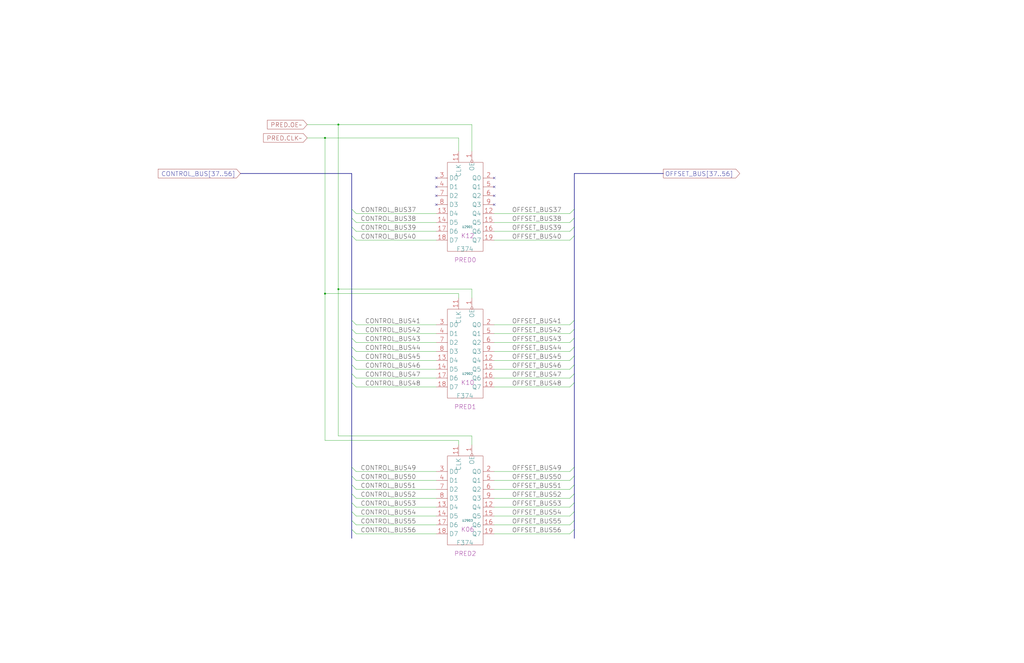
<source format=kicad_sch>
(kicad_sch (version 20250114) (generator "eeschema") (generator_version "9.0")
  (paper "User" 584.2 378.46)
  (title_block (title "CONTROL PREDECESSOR") (date "22-MAY-90") (rev "1.0") (comment 1 "SEQUENCER") (comment 2 "232-003064") (comment 3 "S400") (comment 4 "RELEASED"))
  (lib_symbols
    (symbol "r1000:F374" (pin_names (offset 1.016))
      (property "Reference" "U" (at 2.54 5.08 0))
      (property "Value" "F374" (at -3.81 -7.62 0))
      (property "Location" "___" (at -1.27 0 0))
      (property "Name" "______" (at 1.27 -15.24 0))
      (symbol "F374_1_1"
        (rectangle (start -8.89 41.91) (end 11.43 -8.89))
        (circle (center 5.08 42.545) (radius 0.635))
        (pin input line (at -15.24 33.02 0) (length 6.35) (name "D0") (number "3"))
        (pin input line (at -15.24 27.94 0) (length 6.35) (name "D1") (number "4"))
        (pin input line (at -15.24 22.86 0) (length 6.35) (name "D2") (number "7"))
        (pin input line (at -15.24 17.78 0) (length 6.35) (name "D3") (number "8"))
        (pin input line (at -15.24 12.7 0) (length 6.35) (name "D4") (number "13"))
        (pin input line (at -15.24 7.62 0) (length 6.35) (name "D5") (number "14"))
        (pin input line (at -15.24 2.54 0) (length 6.35) (name "D6") (number "17"))
        (pin input line (at -15.24 -2.54 0) (length 6.35) (name "D7") (number "18"))
        (pin input line (at -2.54 48.26 270) (length 6.35) (name "CLK") (number "11"))
        (pin input line (at 5.08 48.26 270) (length 5.08) (name "OE") (number "1"))
        (pin tri_state line (at 17.78 33.02 180) (length 6.35) (name "Q0") (number "2"))
        (pin tri_state line (at 17.78 27.94 180) (length 6.35) (name "Q1") (number "5"))
        (pin tri_state line (at 17.78 22.86 180) (length 6.35) (name "Q2") (number "6"))
        (pin tri_state line (at 17.78 17.78 180) (length 6.35) (name "Q3") (number "9"))
        (pin tri_state line (at 17.78 12.7 180) (length 6.35) (name "Q4") (number "12"))
        (pin tri_state line (at 17.78 7.62 180) (length 6.35) (name "Q5") (number "15"))
        (pin tri_state line (at 17.78 2.54 180) (length 6.35) (name "Q6") (number "16"))
        (pin tri_state line (at 17.78 -2.54 180) (length 6.35) (name "Q7") (number "19"))
      )
    )
  )
  (junction (at 193.04 71.12))
  (junction (at 193.04 165.1))
  (junction (at 185.42 78.74))
  (junction (at 185.42 167.64))
  (no_connect (at 281.94 116.84))
  (no_connect (at 248.92 101.6))
  (no_connect (at 281.94 106.68))
  (no_connect (at 248.92 111.76))
  (no_connect (at 248.92 116.84))
  (no_connect (at 281.94 111.76))
  (no_connect (at 281.94 101.6))
  (no_connect (at 248.92 106.68))
  (bus_entry (at 327.66 193.04) (size -2.54 2.54))
  (bus_entry (at 327.66 281.94) (size -2.54 2.54))
  (bus_entry (at 327.66 129.54) (size -2.54 2.54))
  (bus_entry (at 327.66 302.26) (size -2.54 2.54))
  (bus_entry (at 200.66 203.2) (size 2.54 2.54))
  (bus_entry (at 200.66 129.54) (size 2.54 2.54))
  (bus_entry (at 200.66 266.7) (size 2.54 2.54))
  (bus_entry (at 327.66 276.86) (size -2.54 2.54))
  (bus_entry (at 200.66 193.04) (size 2.54 2.54))
  (bus_entry (at 327.66 287.02) (size -2.54 2.54))
  (bus_entry (at 327.66 124.46) (size -2.54 2.54))
  (bus_entry (at 327.66 297.18) (size -2.54 2.54))
  (bus_entry (at 327.66 218.44) (size -2.54 2.54))
  (bus_entry (at 200.66 213.36) (size 2.54 2.54))
  (bus_entry (at 200.66 297.18) (size 2.54 2.54))
  (bus_entry (at 200.66 281.94) (size 2.54 2.54))
  (bus_entry (at 327.66 119.38) (size -2.54 2.54))
  (bus_entry (at 327.66 266.7) (size -2.54 2.54))
  (bus_entry (at 200.66 302.26) (size 2.54 2.54))
  (bus_entry (at 327.66 203.2) (size -2.54 2.54))
  (bus_entry (at 327.66 187.96) (size -2.54 2.54))
  (bus_entry (at 200.66 208.28) (size 2.54 2.54))
  (bus_entry (at 200.66 292.1) (size 2.54 2.54))
  (bus_entry (at 200.66 124.46) (size 2.54 2.54))
  (bus_entry (at 327.66 182.88) (size -2.54 2.54))
  (bus_entry (at 200.66 187.96) (size 2.54 2.54))
  (bus_entry (at 200.66 119.38) (size 2.54 2.54))
  (bus_entry (at 200.66 198.12) (size 2.54 2.54))
  (bus_entry (at 200.66 271.78) (size 2.54 2.54))
  (bus_entry (at 327.66 213.36) (size -2.54 2.54))
  (bus_entry (at 200.66 182.88) (size 2.54 2.54))
  (bus_entry (at 327.66 134.62) (size -2.54 2.54))
  (bus_entry (at 200.66 287.02) (size 2.54 2.54))
  (bus_entry (at 327.66 292.1) (size -2.54 2.54))
  (bus_entry (at 200.66 218.44) (size 2.54 2.54))
  (bus_entry (at 200.66 276.86) (size 2.54 2.54))
  (bus_entry (at 200.66 134.62) (size 2.54 2.54))
  (bus_entry (at 327.66 208.28) (size -2.54 2.54))
  (bus_entry (at 327.66 198.12) (size -2.54 2.54))
  (bus_entry (at 327.66 271.78) (size -2.54 2.54))
  (bus (pts (xy 327.66 134.62) (xy 327.66 182.88)))
  (bus (pts (xy 200.66 297.18) (xy 200.66 302.26)))
  (wire (pts (xy 281.94 299.72) (xy 325.12 299.72)))
  (wire (pts (xy 261.62 78.74) (xy 261.62 86.36)))
  (wire (pts (xy 281.94 294.64) (xy 325.12 294.64)))
  (wire (pts (xy 203.2 132.08) (xy 248.92 132.08)))
  (bus (pts (xy 327.66 281.94) (xy 327.66 287.02)))
  (wire (pts (xy 193.04 71.12) (xy 269.24 71.12)))
  (wire (pts (xy 281.94 200.66) (xy 325.12 200.66)))
  (wire (pts (xy 281.94 304.8) (xy 325.12 304.8)))
  (wire (pts (xy 261.62 251.46) (xy 185.42 251.46)))
  (wire (pts (xy 269.24 248.92) (xy 193.04 248.92)))
  (bus (pts (xy 200.66 187.96) (xy 200.66 193.04)))
  (bus (pts (xy 327.66 287.02) (xy 327.66 292.1)))
  (bus (pts (xy 327.66 266.7) (xy 327.66 271.78)))
  (bus (pts (xy 137.16 99.06) (xy 200.66 99.06)))
  (bus (pts (xy 327.66 292.1) (xy 327.66 297.18)))
  (bus (pts (xy 200.66 124.46) (xy 200.66 129.54)))
  (bus (pts (xy 200.66 182.88) (xy 200.66 187.96)))
  (wire (pts (xy 261.62 167.64) (xy 185.42 167.64)))
  (bus (pts (xy 327.66 208.28) (xy 327.66 213.36)))
  (bus (pts (xy 327.66 271.78) (xy 327.66 276.86)))
  (bus (pts (xy 327.66 124.46) (xy 327.66 129.54)))
  (wire (pts (xy 185.42 78.74) (xy 185.42 167.64)))
  (bus (pts (xy 200.66 193.04) (xy 200.66 198.12)))
  (bus (pts (xy 200.66 287.02) (xy 200.66 292.1)))
  (wire (pts (xy 175.26 78.74) (xy 185.42 78.74)))
  (wire (pts (xy 269.24 170.18) (xy 269.24 165.1)))
  (wire (pts (xy 185.42 167.64) (xy 185.42 251.46)))
  (wire (pts (xy 203.2 284.48) (xy 248.92 284.48)))
  (bus (pts (xy 200.66 271.78) (xy 200.66 276.86)))
  (bus (pts (xy 200.66 119.38) (xy 200.66 124.46)))
  (wire (pts (xy 281.94 127) (xy 325.12 127)))
  (bus (pts (xy 327.66 302.26) (xy 327.66 307.34)))
  (wire (pts (xy 281.94 195.58) (xy 325.12 195.58)))
  (wire (pts (xy 175.26 71.12) (xy 193.04 71.12)))
  (bus (pts (xy 327.66 297.18) (xy 327.66 302.26)))
  (wire (pts (xy 185.42 78.74) (xy 261.62 78.74)))
  (wire (pts (xy 203.2 190.5) (xy 248.92 190.5)))
  (wire (pts (xy 269.24 71.12) (xy 269.24 86.36)))
  (bus (pts (xy 200.66 198.12) (xy 200.66 203.2)))
  (bus (pts (xy 327.66 203.2) (xy 327.66 208.28)))
  (bus (pts (xy 327.66 119.38) (xy 327.66 124.46)))
  (wire (pts (xy 203.2 185.42) (xy 248.92 185.42)))
  (wire (pts (xy 203.2 220.98) (xy 248.92 220.98)))
  (wire (pts (xy 193.04 165.1) (xy 193.04 71.12)))
  (bus (pts (xy 200.66 134.62) (xy 200.66 182.88)))
  (bus (pts (xy 327.66 99.06) (xy 378.46 99.06)))
  (wire (pts (xy 281.94 132.08) (xy 325.12 132.08)))
  (bus (pts (xy 327.66 213.36) (xy 327.66 218.44)))
  (wire (pts (xy 193.04 165.1) (xy 269.24 165.1)))
  (bus (pts (xy 200.66 266.7) (xy 200.66 271.78)))
  (wire (pts (xy 203.2 269.24) (xy 248.92 269.24)))
  (wire (pts (xy 281.94 215.9) (xy 325.12 215.9)))
  (wire (pts (xy 203.2 210.82) (xy 248.92 210.82)))
  (wire (pts (xy 203.2 279.4) (xy 248.92 279.4)))
  (wire (pts (xy 281.94 190.5) (xy 325.12 190.5)))
  (wire (pts (xy 203.2 121.92) (xy 248.92 121.92)))
  (wire (pts (xy 281.94 185.42) (xy 325.12 185.42)))
  (wire (pts (xy 281.94 205.74) (xy 325.12 205.74)))
  (wire (pts (xy 281.94 279.4) (xy 325.12 279.4)))
  (wire (pts (xy 203.2 304.8) (xy 248.92 304.8)))
  (wire (pts (xy 269.24 254) (xy 269.24 248.92)))
  (bus (pts (xy 200.66 203.2) (xy 200.66 208.28)))
  (bus (pts (xy 200.66 276.86) (xy 200.66 281.94)))
  (wire (pts (xy 281.94 289.56) (xy 325.12 289.56)))
  (bus (pts (xy 327.66 129.54) (xy 327.66 134.62)))
  (wire (pts (xy 203.2 200.66) (xy 248.92 200.66)))
  (wire (pts (xy 203.2 215.9) (xy 248.92 215.9)))
  (bus (pts (xy 200.66 99.06) (xy 200.66 119.38)))
  (wire (pts (xy 261.62 170.18) (xy 261.62 167.64)))
  (wire (pts (xy 193.04 248.92) (xy 193.04 165.1)))
  (bus (pts (xy 200.66 281.94) (xy 200.66 287.02)))
  (bus (pts (xy 200.66 208.28) (xy 200.66 213.36)))
  (wire (pts (xy 261.62 254) (xy 261.62 251.46)))
  (bus (pts (xy 200.66 218.44) (xy 200.66 266.7)))
  (wire (pts (xy 281.94 284.48) (xy 325.12 284.48)))
  (wire (pts (xy 203.2 294.64) (xy 248.92 294.64)))
  (bus (pts (xy 327.66 193.04) (xy 327.66 198.12)))
  (bus (pts (xy 327.66 187.96) (xy 327.66 193.04)))
  (bus (pts (xy 327.66 198.12) (xy 327.66 203.2)))
  (bus (pts (xy 327.66 276.86) (xy 327.66 281.94)))
  (bus (pts (xy 200.66 129.54) (xy 200.66 134.62)))
  (wire (pts (xy 281.94 220.98) (xy 325.12 220.98)))
  (bus (pts (xy 327.66 218.44) (xy 327.66 266.7)))
  (wire (pts (xy 203.2 137.16) (xy 248.92 137.16)))
  (wire (pts (xy 281.94 137.16) (xy 325.12 137.16)))
  (bus (pts (xy 200.66 213.36) (xy 200.66 218.44)))
  (wire (pts (xy 203.2 195.58) (xy 248.92 195.58)))
  (bus (pts (xy 200.66 302.26) (xy 200.66 307.34)))
  (bus (pts (xy 327.66 182.88) (xy 327.66 187.96)))
  (wire (pts (xy 281.94 121.92) (xy 325.12 121.92)))
  (bus (pts (xy 200.66 292.1) (xy 200.66 297.18)))
  (wire (pts (xy 203.2 289.56) (xy 248.92 289.56)))
  (wire (pts (xy 203.2 274.32) (xy 248.92 274.32)))
  (wire (pts (xy 203.2 127) (xy 248.92 127)))
  (wire (pts (xy 281.94 210.82) (xy 325.12 210.82)))
  (bus (pts (xy 327.66 99.06) (xy 327.66 119.38)))
  (wire (pts (xy 203.2 205.74) (xy 248.92 205.74)))
  (wire (pts (xy 281.94 274.32) (xy 325.12 274.32)))
  (wire (pts (xy 203.2 299.72) (xy 248.92 299.72)))
  (wire (pts (xy 281.94 269.24) (xy 325.12 269.24)))
  (label "OFFSET_BUS37" (at 292.1 121.92 0) (effects (font (size 2.54 2.54))))
  (label "CONTROL_BUS56" (at 205.74 304.8 0) (effects (font (size 2.54 2.54))))
  (label "CONTROL_BUS39" (at 205.74 132.08 0) (effects (font (size 2.54 2.54))))
  (label "OFFSET_BUS50" (at 292.1 274.32 0) (effects (font (size 2.54 2.54))))
  (label "OFFSET_BUS43" (at 292.1 195.58 0) (effects (font (size 2.54 2.54))))
  (label "CONTROL_BUS50" (at 205.74 274.32 0) (effects (font (size 2.54 2.54))))
  (label "OFFSET_BUS49" (at 292.1 269.24 0) (effects (font (size 2.54 2.54))))
  (label "OFFSET_BUS54" (at 292.1 294.64 0) (effects (font (size 2.54 2.54))))
  (label "OFFSET_BUS47" (at 292.1 215.9 0) (effects (font (size 2.54 2.54))))
  (label "OFFSET_BUS45" (at 292.1 205.74 0) (effects (font (size 2.54 2.54))))
  (label "OFFSET_BUS52" (at 292.1 284.48 0) (effects (font (size 2.54 2.54))))
  (label "CONTROL_BUS47" (at 208.28 215.9 0) (effects (font (size 2.54 2.54))))
  (label "CONTROL_BUS55" (at 205.74 299.72 0) (effects (font (size 2.54 2.54))))
  (label "CONTROL_BUS43" (at 208.28 195.58 0) (effects (font (size 2.54 2.54))))
  (label "CONTROL_BUS51" (at 205.74 279.4 0) (effects (font (size 2.54 2.54))))
  (label "CONTROL_BUS42" (at 208.28 190.5 0) (effects (font (size 2.54 2.54))))
  (label "OFFSET_BUS53" (at 292.1 289.56 0) (effects (font (size 2.54 2.54))))
  (label "OFFSET_BUS46" (at 292.1 210.82 0) (effects (font (size 2.54 2.54))))
  (label "CONTROL_BUS45" (at 208.28 205.74 0) (effects (font (size 2.54 2.54))))
  (label "OFFSET_BUS44" (at 292.1 200.66 0) (effects (font (size 2.54 2.54))))
  (label "CONTROL_BUS53" (at 205.74 289.56 0) (effects (font (size 2.54 2.54))))
  (label "OFFSET_BUS38" (at 292.1 127 0) (effects (font (size 2.54 2.54))))
  (label "OFFSET_BUS39" (at 292.1 132.08 0) (effects (font (size 2.54 2.54))))
  (label "CONTROL_BUS52" (at 205.74 284.48 0) (effects (font (size 2.54 2.54))))
  (label "OFFSET_BUS41" (at 292.1 185.42 0) (effects (font (size 2.54 2.54))))
  (label "OFFSET_BUS40" (at 292.1 137.16 0) (effects (font (size 2.54 2.54))))
  (label "OFFSET_BUS42" (at 292.1 190.5 0) (effects (font (size 2.54 2.54))))
  (label "OFFSET_BUS55" (at 292.1 299.72 0) (effects (font (size 2.54 2.54))))
  (label "OFFSET_BUS51" (at 292.1 279.4 0) (effects (font (size 2.54 2.54))))
  (label "CONTROL_BUS38" (at 205.74 127 0) (effects (font (size 2.54 2.54))))
  (label "OFFSET_BUS56" (at 292.1 304.8 0) (effects (font (size 2.54 2.54))))
  (label "OFFSET_BUS48" (at 292.1 220.98 0) (effects (font (size 2.54 2.54))))
  (label "CONTROL_BUS49" (at 205.74 269.24 0) (effects (font (size 2.54 2.54))))
  (label "CONTROL_BUS41" (at 208.28 185.42 0) (effects (font (size 2.54 2.54))))
  (label "CONTROL_BUS40" (at 205.74 137.16 0) (effects (font (size 2.54 2.54))))
  (label "CONTROL_BUS44" (at 208.28 200.66 0) (effects (font (size 2.54 2.54))))
  (label "CONTROL_BUS46" (at 208.28 210.82 0) (effects (font (size 2.54 2.54))))
  (label "CONTROL_BUS54" (at 205.74 294.64 0) (effects (font (size 2.54 2.54))))
  (label "CONTROL_BUS37" (at 205.74 121.92 0) (effects (font (size 2.54 2.54))))
  (label "CONTROL_BUS48" (at 208.28 220.98 0) (effects (font (size 2.54 2.54))))
  (global_label "CONTROL_BUS[37..56]" (shape input) (at 137.16 99.06 180) (effects (font (size 2.54 2.54))) (property "Intersheetrefs" "${INTERSHEET_REFS}" (at 90.2426 98.9013 0) (effects (font (size 1.905 1.905)) (justify right))))
  (global_label "OFFSET_BUS[37..56]" (shape output) (at 378.46 99.06 0) (effects (font (size 2.54 2.54))) (property "Intersheetrefs" "${INTERSHEET_REFS}" (at 421.9908 98.9013 0) (effects (font (size 1.905 1.905)) (justify left))))
  (global_label "PRED.OE~" (shape input) (at 175.26 71.12 180) (effects (font (size 2.54 2.54))) (property "Intersheetrefs" "${INTERSHEET_REFS}" (at 152.533 70.9613 0) (effects (font (size 1.905 1.905)) (justify right))))
  (global_label "PRED.CLK~" (shape input) (at 175.26 78.74 180) (effects (font (size 2.54 2.54))) (property "Intersheetrefs" "${INTERSHEET_REFS}" (at 150.3559 78.5813 0) (effects (font (size 1.905 1.905)) (justify right))))
  (symbol (lib_id "r1000:F374") (at 264.16 134.62 0) (unit 1)
    (property "Reference" "U2901" (at 266.7 129.54 0))
    (property "Value" "F374" (at 260.35 142.24 0) (effects (font (size 2.54 2.54)) (justify left)))
    (property "Location" "K12" (at 262.89 134.62 0) (effects (font (size 2.54 2.54)) (justify left)))
    (property "Name" "PRED0" (at 265.43 149.86 0) (effects (font (size 2.54 2.54)) (justify bottom)))
  )
  (symbol (lib_id "r1000:F374") (at 264.16 302.26 0) (unit 1)
    (property "Reference" "U2903" (at 266.7 297.18 0))
    (property "Value" "F374" (at 260.35 309.88 0) (effects (font (size 2.54 2.54)) (justify left)))
    (property "Location" "K06" (at 262.89 302.26 0) (effects (font (size 2.54 2.54)) (justify left)))
    (property "Name" "PRED2" (at 265.43 317.5 0) (effects (font (size 2.54 2.54)) (justify bottom)))
  )
  (symbol (lib_id "r1000:F374") (at 264.16 218.44 0) (unit 1)
    (property "Reference" "U2902" (at 266.7 213.36 0))
    (property "Value" "F374" (at 260.35 226.06 0) (effects (font (size 2.54 2.54)) (justify left)))
    (property "Location" "K10" (at 262.89 218.44 0) (effects (font (size 2.54 2.54)) (justify left)))
    (property "Name" "PRED1" (at 265.43 233.68 0) (effects (font (size 2.54 2.54)) (justify bottom)))
  )
)
</source>
